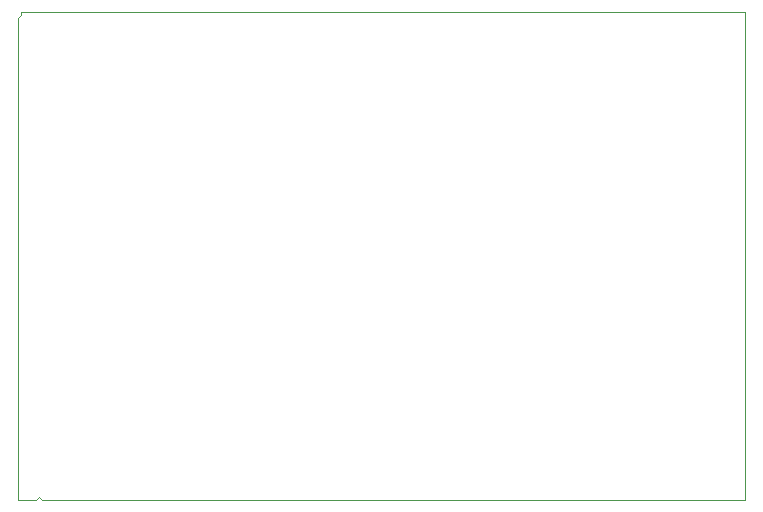
<source format=gbr>
%TF.GenerationSoftware,Altium Limited,Altium Designer,20.2.4 (192)*%
G04 Layer_Color=0*
%FSLAX45Y45*%
%MOMM*%
%TF.SameCoordinates,BA2C786E-012B-4E8B-A1C9-5229AEE0ABBE*%
%TF.FilePolarity,Positive*%
%TF.FileFunction,Profile,NP*%
%TF.Part,Single*%
G01*
G75*
%TA.AperFunction,Profile*%
%ADD32C,0.02540*%
D32*
X0Y0D02*
X6125000D01*
Y-4125000D01*
X175000D01*
X150000Y-4100000D01*
X125000Y-4125000D01*
X-25000D01*
Y-50000D01*
X0Y-25000D01*
Y0D01*
%TF.MD5,aa8e674f0f4c941820c30886a47a7dbc*%
M02*

</source>
